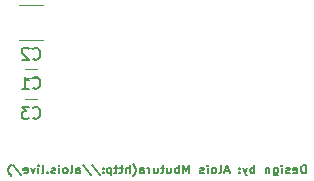
<source format=gbo>
G04 #@! TF.GenerationSoftware,KiCad,Pcbnew,no-vcs-found-08c4a0b~58~ubuntu16.04.1*
G04 #@! TF.CreationDate,2017-08-29T22:54:34+03:00*
G04 #@! TF.ProjectId,Bitsoko-ESP32-module-v2,426974736F6B6F2D45535033322D6D6F,1*
G04 #@! TF.SameCoordinates,Original
G04 #@! TF.FileFunction,Legend,Bot*
G04 #@! TF.FilePolarity,Positive*
%FSLAX46Y46*%
G04 Gerber Fmt 4.6, Leading zero omitted, Abs format (unit mm)*
G04 Created by KiCad (PCBNEW no-vcs-found-08c4a0b~58~ubuntu16.04.1) date Tue Aug 29 22:54:34 2017*
%MOMM*%
%LPD*%
G01*
G04 APERTURE LIST*
%ADD10C,0.158750*%
%ADD11C,0.120000*%
%ADD12C,0.150000*%
G04 APERTURE END LIST*
D10*
X152545142Y-92235261D02*
X152545142Y-91600261D01*
X152363714Y-91600261D01*
X152254857Y-91630500D01*
X152182285Y-91690976D01*
X152146000Y-91751452D01*
X152109714Y-91872404D01*
X152109714Y-91963119D01*
X152146000Y-92084071D01*
X152182285Y-92144547D01*
X152254857Y-92205023D01*
X152363714Y-92235261D01*
X152545142Y-92235261D01*
X151492857Y-92205023D02*
X151565428Y-92235261D01*
X151710571Y-92235261D01*
X151783142Y-92205023D01*
X151819428Y-92144547D01*
X151819428Y-91902642D01*
X151783142Y-91842166D01*
X151710571Y-91811928D01*
X151565428Y-91811928D01*
X151492857Y-91842166D01*
X151456571Y-91902642D01*
X151456571Y-91963119D01*
X151819428Y-92023595D01*
X151166285Y-92205023D02*
X151093714Y-92235261D01*
X150948571Y-92235261D01*
X150876000Y-92205023D01*
X150839714Y-92144547D01*
X150839714Y-92114309D01*
X150876000Y-92053833D01*
X150948571Y-92023595D01*
X151057428Y-92023595D01*
X151130000Y-91993357D01*
X151166285Y-91932880D01*
X151166285Y-91902642D01*
X151130000Y-91842166D01*
X151057428Y-91811928D01*
X150948571Y-91811928D01*
X150876000Y-91842166D01*
X150513142Y-92235261D02*
X150513142Y-91811928D01*
X150513142Y-91600261D02*
X150549428Y-91630500D01*
X150513142Y-91660738D01*
X150476857Y-91630500D01*
X150513142Y-91600261D01*
X150513142Y-91660738D01*
X149823714Y-91811928D02*
X149823714Y-92325976D01*
X149860000Y-92386452D01*
X149896285Y-92416690D01*
X149968857Y-92446928D01*
X150077714Y-92446928D01*
X150150285Y-92416690D01*
X149823714Y-92205023D02*
X149896285Y-92235261D01*
X150041428Y-92235261D01*
X150114000Y-92205023D01*
X150150285Y-92174785D01*
X150186571Y-92114309D01*
X150186571Y-91932880D01*
X150150285Y-91872404D01*
X150114000Y-91842166D01*
X150041428Y-91811928D01*
X149896285Y-91811928D01*
X149823714Y-91842166D01*
X149460857Y-91811928D02*
X149460857Y-92235261D01*
X149460857Y-91872404D02*
X149424571Y-91842166D01*
X149352000Y-91811928D01*
X149243142Y-91811928D01*
X149170571Y-91842166D01*
X149134285Y-91902642D01*
X149134285Y-92235261D01*
X148190857Y-92235261D02*
X148190857Y-91600261D01*
X148190857Y-91842166D02*
X148118285Y-91811928D01*
X147973142Y-91811928D01*
X147900571Y-91842166D01*
X147864285Y-91872404D01*
X147828000Y-91932880D01*
X147828000Y-92114309D01*
X147864285Y-92174785D01*
X147900571Y-92205023D01*
X147973142Y-92235261D01*
X148118285Y-92235261D01*
X148190857Y-92205023D01*
X147574000Y-91811928D02*
X147392571Y-92235261D01*
X147211142Y-91811928D02*
X147392571Y-92235261D01*
X147465142Y-92386452D01*
X147501428Y-92416690D01*
X147574000Y-92446928D01*
X146920857Y-92174785D02*
X146884571Y-92205023D01*
X146920857Y-92235261D01*
X146957142Y-92205023D01*
X146920857Y-92174785D01*
X146920857Y-92235261D01*
X146920857Y-91842166D02*
X146884571Y-91872404D01*
X146920857Y-91902642D01*
X146957142Y-91872404D01*
X146920857Y-91842166D01*
X146920857Y-91902642D01*
X146013714Y-92053833D02*
X145650857Y-92053833D01*
X146086285Y-92235261D02*
X145832285Y-91600261D01*
X145578285Y-92235261D01*
X145215428Y-92235261D02*
X145288000Y-92205023D01*
X145324285Y-92144547D01*
X145324285Y-91600261D01*
X144816285Y-92235261D02*
X144888857Y-92205023D01*
X144925142Y-92174785D01*
X144961428Y-92114309D01*
X144961428Y-91932880D01*
X144925142Y-91872404D01*
X144888857Y-91842166D01*
X144816285Y-91811928D01*
X144707428Y-91811928D01*
X144634857Y-91842166D01*
X144598571Y-91872404D01*
X144562285Y-91932880D01*
X144562285Y-92114309D01*
X144598571Y-92174785D01*
X144634857Y-92205023D01*
X144707428Y-92235261D01*
X144816285Y-92235261D01*
X144235714Y-92235261D02*
X144235714Y-91811928D01*
X144235714Y-91600261D02*
X144272000Y-91630500D01*
X144235714Y-91660738D01*
X144199428Y-91630500D01*
X144235714Y-91600261D01*
X144235714Y-91660738D01*
X143909142Y-92205023D02*
X143836571Y-92235261D01*
X143691428Y-92235261D01*
X143618857Y-92205023D01*
X143582571Y-92144547D01*
X143582571Y-92114309D01*
X143618857Y-92053833D01*
X143691428Y-92023595D01*
X143800285Y-92023595D01*
X143872857Y-91993357D01*
X143909142Y-91932880D01*
X143909142Y-91902642D01*
X143872857Y-91842166D01*
X143800285Y-91811928D01*
X143691428Y-91811928D01*
X143618857Y-91842166D01*
X142675428Y-92235261D02*
X142675428Y-91600261D01*
X142421428Y-92053833D01*
X142167428Y-91600261D01*
X142167428Y-92235261D01*
X141804571Y-92235261D02*
X141804571Y-91600261D01*
X141804571Y-91842166D02*
X141732000Y-91811928D01*
X141586857Y-91811928D01*
X141514285Y-91842166D01*
X141478000Y-91872404D01*
X141441714Y-91932880D01*
X141441714Y-92114309D01*
X141478000Y-92174785D01*
X141514285Y-92205023D01*
X141586857Y-92235261D01*
X141732000Y-92235261D01*
X141804571Y-92205023D01*
X140788571Y-91811928D02*
X140788571Y-92235261D01*
X141115142Y-91811928D02*
X141115142Y-92144547D01*
X141078857Y-92205023D01*
X141006285Y-92235261D01*
X140897428Y-92235261D01*
X140824857Y-92205023D01*
X140788571Y-92174785D01*
X140534571Y-91811928D02*
X140244285Y-91811928D01*
X140425714Y-91600261D02*
X140425714Y-92144547D01*
X140389428Y-92205023D01*
X140316857Y-92235261D01*
X140244285Y-92235261D01*
X139663714Y-91811928D02*
X139663714Y-92235261D01*
X139990285Y-91811928D02*
X139990285Y-92144547D01*
X139954000Y-92205023D01*
X139881428Y-92235261D01*
X139772571Y-92235261D01*
X139700000Y-92205023D01*
X139663714Y-92174785D01*
X139300857Y-92235261D02*
X139300857Y-91811928D01*
X139300857Y-91932880D02*
X139264571Y-91872404D01*
X139228285Y-91842166D01*
X139155714Y-91811928D01*
X139083142Y-91811928D01*
X138502571Y-92235261D02*
X138502571Y-91902642D01*
X138538857Y-91842166D01*
X138611428Y-91811928D01*
X138756571Y-91811928D01*
X138829142Y-91842166D01*
X138502571Y-92205023D02*
X138575142Y-92235261D01*
X138756571Y-92235261D01*
X138829142Y-92205023D01*
X138865428Y-92144547D01*
X138865428Y-92084071D01*
X138829142Y-92023595D01*
X138756571Y-91993357D01*
X138575142Y-91993357D01*
X138502571Y-91963119D01*
X137922000Y-92477166D02*
X137958285Y-92446928D01*
X138030857Y-92356214D01*
X138067142Y-92295738D01*
X138103428Y-92205023D01*
X138139714Y-92053833D01*
X138139714Y-91932880D01*
X138103428Y-91781690D01*
X138067142Y-91690976D01*
X138030857Y-91630500D01*
X137958285Y-91539785D01*
X137922000Y-91509547D01*
X137631714Y-92235261D02*
X137631714Y-91600261D01*
X137305142Y-92235261D02*
X137305142Y-91902642D01*
X137341428Y-91842166D01*
X137414000Y-91811928D01*
X137522857Y-91811928D01*
X137595428Y-91842166D01*
X137631714Y-91872404D01*
X137051142Y-91811928D02*
X136760857Y-91811928D01*
X136942285Y-91600261D02*
X136942285Y-92144547D01*
X136906000Y-92205023D01*
X136833428Y-92235261D01*
X136760857Y-92235261D01*
X136615714Y-91811928D02*
X136325428Y-91811928D01*
X136506857Y-91600261D02*
X136506857Y-92144547D01*
X136470571Y-92205023D01*
X136398000Y-92235261D01*
X136325428Y-92235261D01*
X136071428Y-91811928D02*
X136071428Y-92446928D01*
X136071428Y-91842166D02*
X135998857Y-91811928D01*
X135853714Y-91811928D01*
X135781142Y-91842166D01*
X135744857Y-91872404D01*
X135708571Y-91932880D01*
X135708571Y-92114309D01*
X135744857Y-92174785D01*
X135781142Y-92205023D01*
X135853714Y-92235261D01*
X135998857Y-92235261D01*
X136071428Y-92205023D01*
X135382000Y-92174785D02*
X135345714Y-92205023D01*
X135382000Y-92235261D01*
X135418285Y-92205023D01*
X135382000Y-92174785D01*
X135382000Y-92235261D01*
X135382000Y-91842166D02*
X135345714Y-91872404D01*
X135382000Y-91902642D01*
X135418285Y-91872404D01*
X135382000Y-91842166D01*
X135382000Y-91902642D01*
X134474857Y-91570023D02*
X135128000Y-92386452D01*
X133676571Y-91570023D02*
X134329714Y-92386452D01*
X133096000Y-92235261D02*
X133096000Y-91902642D01*
X133132285Y-91842166D01*
X133204857Y-91811928D01*
X133350000Y-91811928D01*
X133422571Y-91842166D01*
X133096000Y-92205023D02*
X133168571Y-92235261D01*
X133350000Y-92235261D01*
X133422571Y-92205023D01*
X133458857Y-92144547D01*
X133458857Y-92084071D01*
X133422571Y-92023595D01*
X133350000Y-91993357D01*
X133168571Y-91993357D01*
X133096000Y-91963119D01*
X132624285Y-92235261D02*
X132696857Y-92205023D01*
X132733142Y-92144547D01*
X132733142Y-91600261D01*
X132225142Y-92235261D02*
X132297714Y-92205023D01*
X132334000Y-92174785D01*
X132370285Y-92114309D01*
X132370285Y-91932880D01*
X132334000Y-91872404D01*
X132297714Y-91842166D01*
X132225142Y-91811928D01*
X132116285Y-91811928D01*
X132043714Y-91842166D01*
X132007428Y-91872404D01*
X131971142Y-91932880D01*
X131971142Y-92114309D01*
X132007428Y-92174785D01*
X132043714Y-92205023D01*
X132116285Y-92235261D01*
X132225142Y-92235261D01*
X131644571Y-92235261D02*
X131644571Y-91811928D01*
X131644571Y-91600261D02*
X131680857Y-91630500D01*
X131644571Y-91660738D01*
X131608285Y-91630500D01*
X131644571Y-91600261D01*
X131644571Y-91660738D01*
X131318000Y-92205023D02*
X131245428Y-92235261D01*
X131100285Y-92235261D01*
X131027714Y-92205023D01*
X130991428Y-92144547D01*
X130991428Y-92114309D01*
X131027714Y-92053833D01*
X131100285Y-92023595D01*
X131209142Y-92023595D01*
X131281714Y-91993357D01*
X131318000Y-91932880D01*
X131318000Y-91902642D01*
X131281714Y-91842166D01*
X131209142Y-91811928D01*
X131100285Y-91811928D01*
X131027714Y-91842166D01*
X130664857Y-92174785D02*
X130628571Y-92205023D01*
X130664857Y-92235261D01*
X130701142Y-92205023D01*
X130664857Y-92174785D01*
X130664857Y-92235261D01*
X130193142Y-92235261D02*
X130265714Y-92205023D01*
X130302000Y-92144547D01*
X130302000Y-91600261D01*
X129902857Y-92235261D02*
X129902857Y-91811928D01*
X129902857Y-91600261D02*
X129939142Y-91630500D01*
X129902857Y-91660738D01*
X129866571Y-91630500D01*
X129902857Y-91600261D01*
X129902857Y-91660738D01*
X129612571Y-91811928D02*
X129431142Y-92235261D01*
X129249714Y-91811928D01*
X128669142Y-92205023D02*
X128741714Y-92235261D01*
X128886857Y-92235261D01*
X128959428Y-92205023D01*
X128995714Y-92144547D01*
X128995714Y-91902642D01*
X128959428Y-91842166D01*
X128886857Y-91811928D01*
X128741714Y-91811928D01*
X128669142Y-91842166D01*
X128632857Y-91902642D01*
X128632857Y-91963119D01*
X128995714Y-92023595D01*
X127762000Y-91570023D02*
X128415142Y-92386452D01*
X127580571Y-92477166D02*
X127544285Y-92446928D01*
X127471714Y-92356214D01*
X127435428Y-92295738D01*
X127399142Y-92205023D01*
X127362857Y-92053833D01*
X127362857Y-91932880D01*
X127399142Y-91781690D01*
X127435428Y-91690976D01*
X127471714Y-91630500D01*
X127544285Y-91539785D01*
X127580571Y-91509547D01*
D11*
X128786000Y-84240000D02*
X129786000Y-84240000D01*
X129786000Y-85940000D02*
X128786000Y-85940000D01*
X129786000Y-83400000D02*
X128786000Y-83400000D01*
X128786000Y-81700000D02*
X129786000Y-81700000D01*
X130286000Y-80977000D02*
X128286000Y-80977000D01*
X128286000Y-78027000D02*
X130286000Y-78027000D01*
D12*
X129452666Y-87547142D02*
X129500285Y-87594761D01*
X129643142Y-87642380D01*
X129738380Y-87642380D01*
X129881238Y-87594761D01*
X129976476Y-87499523D01*
X130024095Y-87404285D01*
X130071714Y-87213809D01*
X130071714Y-87070952D01*
X130024095Y-86880476D01*
X129976476Y-86785238D01*
X129881238Y-86690000D01*
X129738380Y-86642380D01*
X129643142Y-86642380D01*
X129500285Y-86690000D01*
X129452666Y-86737619D01*
X129119333Y-86642380D02*
X128500285Y-86642380D01*
X128833619Y-87023333D01*
X128690761Y-87023333D01*
X128595523Y-87070952D01*
X128547904Y-87118571D01*
X128500285Y-87213809D01*
X128500285Y-87451904D01*
X128547904Y-87547142D01*
X128595523Y-87594761D01*
X128690761Y-87642380D01*
X128976476Y-87642380D01*
X129071714Y-87594761D01*
X129119333Y-87547142D01*
X129452666Y-85007142D02*
X129500285Y-85054761D01*
X129643142Y-85102380D01*
X129738380Y-85102380D01*
X129881238Y-85054761D01*
X129976476Y-84959523D01*
X130024095Y-84864285D01*
X130071714Y-84673809D01*
X130071714Y-84530952D01*
X130024095Y-84340476D01*
X129976476Y-84245238D01*
X129881238Y-84150000D01*
X129738380Y-84102380D01*
X129643142Y-84102380D01*
X129500285Y-84150000D01*
X129452666Y-84197619D01*
X128500285Y-85102380D02*
X129071714Y-85102380D01*
X128786000Y-85102380D02*
X128786000Y-84102380D01*
X128881238Y-84245238D01*
X128976476Y-84340476D01*
X129071714Y-84388095D01*
X129452666Y-82559142D02*
X129500285Y-82606761D01*
X129643142Y-82654380D01*
X129738380Y-82654380D01*
X129881238Y-82606761D01*
X129976476Y-82511523D01*
X130024095Y-82416285D01*
X130071714Y-82225809D01*
X130071714Y-82082952D01*
X130024095Y-81892476D01*
X129976476Y-81797238D01*
X129881238Y-81702000D01*
X129738380Y-81654380D01*
X129643142Y-81654380D01*
X129500285Y-81702000D01*
X129452666Y-81749619D01*
X129071714Y-81749619D02*
X129024095Y-81702000D01*
X128928857Y-81654380D01*
X128690761Y-81654380D01*
X128595523Y-81702000D01*
X128547904Y-81749619D01*
X128500285Y-81844857D01*
X128500285Y-81940095D01*
X128547904Y-82082952D01*
X129119333Y-82654380D01*
X128500285Y-82654380D01*
M02*

</source>
